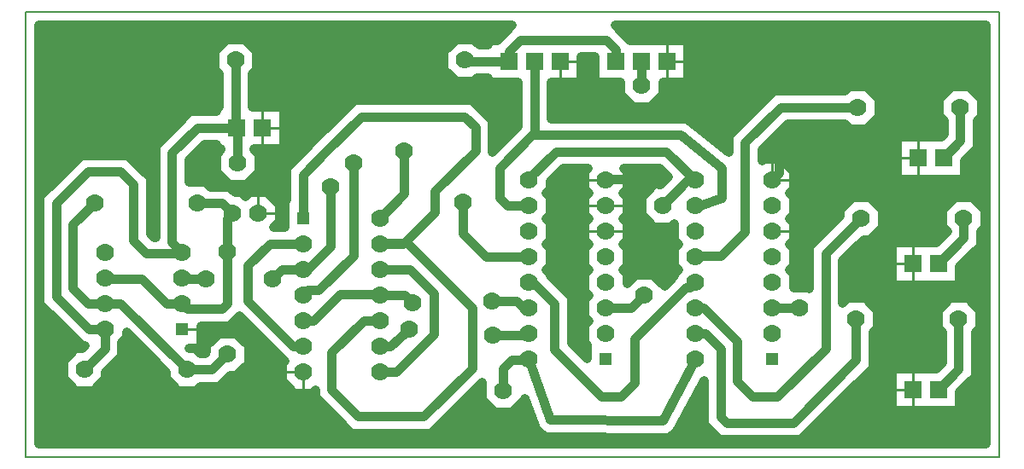
<source format=gbr>
G04 PROTEUS GERBER X2 FILE*
%TF.GenerationSoftware,Labcenter,Proteus,8.9-SP0-Build27865*%
%TF.CreationDate,2026-01-09T17:02:56+00:00*%
%TF.FileFunction,Copper,L2,Bot*%
%TF.FilePolarity,Positive*%
%TF.Part,Single*%
%TF.SameCoordinates,{d5e26176-f0e9-456a-af72-f71da18a6cc2}*%
%FSLAX45Y45*%
%MOMM*%
G01*
%TA.AperFunction,Conductor*%
%ADD10C,0.889000*%
%TA.AperFunction,ViaPad*%
%ADD11C,1.778000*%
%TA.AperFunction,Conductor*%
%ADD16C,0.254000*%
%TA.AperFunction,ComponentPad*%
%ADD12R,1.270000X1.270000*%
%ADD13C,1.778000*%
%TA.AperFunction,ComponentPad*%
%ADD14R,1.778000X1.778000*%
%TA.AperFunction,Profile*%
%ADD15C,0.203200*%
%TD.AperFunction*%
G36*
X-530810Y+6111619D02*
X-9919190Y+6111619D01*
X-9919190Y+10269190D01*
X-5227178Y+10269190D01*
X-5377270Y+10119098D01*
X-5467549Y+10119098D01*
X-5467549Y+10074648D01*
X-5554532Y+10074648D01*
X-5610163Y+10130279D01*
X-5783759Y+10130279D01*
X-5906510Y+10007528D01*
X-5906510Y+9833932D01*
X-5783759Y+9711181D01*
X-5610163Y+9711181D01*
X-5576894Y+9744450D01*
X-5467549Y+9744450D01*
X-5467549Y+9700000D01*
X-5169099Y+9700000D01*
X-5169099Y+9264386D01*
X-5188526Y+9244958D01*
X-5422370Y+9011115D01*
X-5422370Y+9319904D01*
X-5628030Y+9525564D01*
X-6792005Y+9525564D01*
X-7175848Y+9141720D01*
X-7465099Y+8852470D01*
X-7465099Y+8534149D01*
X-7484149Y+8534149D01*
X-7484149Y+8261099D01*
X-7588554Y+8261099D01*
X-7536451Y+8313202D01*
X-7536451Y+8486798D01*
X-7659202Y+8609549D01*
X-7832798Y+8609549D01*
X-7873000Y+8569347D01*
X-7913202Y+8609549D01*
X-7976065Y+8609549D01*
X-8031615Y+8665099D01*
X-8218752Y+8665099D01*
X-8263202Y+8709549D01*
X-8434901Y+8709549D01*
X-8434901Y+8931615D01*
X-8281615Y+9084901D01*
X-8163549Y+9084901D01*
X-8163549Y+9040451D01*
X-8115099Y+9040451D01*
X-8115099Y+9031248D01*
X-8159549Y+8986798D01*
X-8159549Y+8813202D01*
X-8036798Y+8690451D01*
X-7863202Y+8690451D01*
X-7740451Y+8813202D01*
X-7740451Y+8986798D01*
X-7784901Y+9031248D01*
X-7784901Y+9040451D01*
X-7490451Y+9040451D01*
X-7490451Y+9459549D01*
X-7802838Y+9459549D01*
X-7802838Y+9789482D01*
X-7758388Y+9833932D01*
X-7758388Y+10007528D01*
X-7881139Y+10130279D01*
X-8054735Y+10130279D01*
X-8177486Y+10007528D01*
X-8177486Y+9833932D01*
X-8133036Y+9789482D01*
X-8133036Y+9459549D01*
X-8163549Y+9459549D01*
X-8163549Y+9415099D01*
X-8418385Y+9415099D01*
X-8765099Y+9068385D01*
X-8765099Y+8165099D01*
X-8781615Y+8165099D01*
X-8815708Y+8199192D01*
X-8815708Y+8755336D01*
X-9039422Y+8979050D01*
X-9499740Y+8979050D01*
X-9910820Y+8567970D01*
X-9910820Y+7505694D01*
X-9490027Y+7084901D01*
X-9464583Y+7084901D01*
X-9489935Y+7059549D01*
X-9552798Y+7059549D01*
X-9675549Y+6936798D01*
X-9675549Y+6763202D01*
X-9552798Y+6640451D01*
X-9379202Y+6640451D01*
X-9256451Y+6763202D01*
X-9256451Y+6826065D01*
X-9096901Y+6985615D01*
X-9096901Y+7118752D01*
X-9052451Y+7163202D01*
X-9052451Y+7218967D01*
X-8659549Y+6826065D01*
X-8659549Y+6763202D01*
X-8536798Y+6640451D01*
X-8363202Y+6640451D01*
X-8318752Y+6684901D01*
X-8131615Y+6684901D01*
X-8026065Y+6790451D01*
X-7963202Y+6790451D01*
X-7840451Y+6913202D01*
X-7840451Y+7086798D01*
X-7963202Y+7209549D01*
X-8136798Y+7209549D01*
X-8259549Y+7086798D01*
X-8259549Y+7023935D01*
X-8268385Y+7015099D01*
X-8318752Y+7015099D01*
X-8363202Y+7059549D01*
X-8426065Y+7059549D01*
X-8432367Y+7065851D01*
X-8315851Y+7065851D01*
X-8315851Y+7284901D01*
X-8031615Y+7284901D01*
X-7932166Y+7384350D01*
X-7485082Y+6937266D01*
X-7509549Y+6912798D01*
X-7509549Y+6739202D01*
X-7386798Y+6616451D01*
X-7213202Y+6616451D01*
X-7180175Y+6649478D01*
X-7180175Y+6577115D01*
X-6821637Y+6218577D01*
X-6032828Y+6218577D01*
X-5525657Y+6725748D01*
X-5525657Y+6553781D01*
X-5402906Y+6431030D01*
X-5229310Y+6431030D01*
X-5106559Y+6553781D01*
X-5106559Y+6560696D01*
X-4988325Y+6245918D01*
X-4903618Y+6185403D01*
X-3684487Y+6173824D01*
X-3604562Y+6221830D01*
X-3325124Y+6737315D01*
X-3325124Y+6308144D01*
X-3169341Y+6152361D01*
X-2369678Y+6152361D01*
X-1650901Y+6871138D01*
X-1650901Y+7218752D01*
X-1606451Y+7263202D01*
X-1606451Y+7436798D01*
X-1729202Y+7559549D01*
X-1902798Y+7559549D01*
X-1950203Y+7512144D01*
X-1950203Y+7932313D01*
X-1742065Y+8140451D01*
X-1679202Y+8140451D01*
X-1556451Y+8263202D01*
X-1556451Y+8436798D01*
X-1679202Y+8559549D01*
X-1852798Y+8559549D01*
X-1975549Y+8436798D01*
X-1975549Y+8373935D01*
X-2280401Y+8069083D01*
X-2280401Y+7657985D01*
X-2288792Y+7666376D01*
X-2440451Y+7666376D01*
X-2440451Y+7798798D01*
X-2480653Y+7839000D01*
X-2440451Y+7879202D01*
X-2440451Y+8052798D01*
X-2480653Y+8093000D01*
X-2440451Y+8133202D01*
X-2440451Y+8306798D01*
X-2480653Y+8347000D01*
X-2440451Y+8387202D01*
X-2440451Y+8560798D01*
X-2480653Y+8601000D01*
X-2440451Y+8641202D01*
X-2440451Y+8814798D01*
X-2563202Y+8937549D01*
X-2736798Y+8937549D01*
X-2750423Y+8923924D01*
X-2750423Y+9030872D01*
X-2496394Y+9284901D01*
X-1931248Y+9284901D01*
X-1886798Y+9240451D01*
X-1713202Y+9240451D01*
X-1590451Y+9363202D01*
X-1590451Y+9536798D01*
X-1713202Y+9659549D01*
X-1886798Y+9659549D01*
X-1931248Y+9615099D01*
X-2633164Y+9615099D01*
X-3080621Y+9167642D01*
X-3080621Y+9006116D01*
X-3497153Y+9341672D01*
X-4838901Y+9341672D01*
X-4838901Y+9700000D01*
X-4540451Y+9700000D01*
X-4540451Y+9954480D01*
X-4409549Y+9954480D01*
X-4409549Y+9700000D01*
X-4155059Y+9700000D01*
X-4155059Y+9581659D01*
X-4032308Y+9458908D01*
X-3858712Y+9458908D01*
X-3735961Y+9581659D01*
X-3735961Y+9700000D01*
X-3482451Y+9700000D01*
X-3482451Y+10119098D01*
X-4058049Y+10119098D01*
X-4208141Y+10269190D01*
X-530810Y+10269190D01*
X-530810Y+6111619D01*
G37*
%LPC*%
G36*
X-574451Y+9536798D02*
X-574451Y+9363202D01*
X-618901Y+9318752D01*
X-618902Y+9047614D01*
X-740451Y+8926065D01*
X-740451Y+8740451D01*
X-1413549Y+8740451D01*
X-1413549Y+9159549D01*
X-973935Y+9159549D01*
X-949098Y+9184386D01*
X-949099Y+9318752D01*
X-993549Y+9363202D01*
X-993549Y+9536798D01*
X-870798Y+9659549D01*
X-697202Y+9659549D01*
X-574451Y+9536798D01*
G37*
G36*
X-540451Y+8436798D02*
X-540451Y+8263202D01*
X-584901Y+8218752D01*
X-584901Y+8081615D01*
X-790451Y+7876065D01*
X-790451Y+7690451D01*
X-1463549Y+7690451D01*
X-1463549Y+8109549D01*
X-1023935Y+8109549D01*
X-915099Y+8218385D01*
X-915099Y+8218752D01*
X-959549Y+8263202D01*
X-959549Y+8436798D01*
X-836798Y+8559549D01*
X-663202Y+8559549D01*
X-540451Y+8436798D01*
G37*
G36*
X-590451Y+7436798D02*
X-590451Y+7263202D01*
X-634901Y+7218752D01*
X-634901Y+6781615D01*
X-790451Y+6626065D01*
X-790451Y+6440451D01*
X-1463549Y+6440451D01*
X-1463549Y+6859549D01*
X-1023935Y+6859549D01*
X-965099Y+6918385D01*
X-965099Y+7218752D01*
X-1009549Y+7263202D01*
X-1009549Y+7436798D01*
X-886798Y+7559549D01*
X-713202Y+7559549D01*
X-590451Y+7436798D01*
G37*
G36*
X-2646954Y+9027528D02*
X-2646954Y+9080134D01*
X-2609757Y+9117331D01*
X-2557151Y+9117331D01*
X-2519954Y+9080134D01*
X-2519954Y+9027528D01*
X-2557151Y+8990331D01*
X-2609757Y+8990331D01*
X-2646954Y+9027528D01*
G37*
%LPD*%
G36*
X-3682074Y+8764590D02*
X-3759499Y+8687166D01*
X-3773031Y+8687166D01*
X-3736500Y+8723697D01*
X-3736500Y+8776303D01*
X-3773697Y+8813500D01*
X-3826303Y+8813500D01*
X-3863500Y+8776303D01*
X-3863500Y+8723697D01*
X-3826303Y+8686500D01*
X-3823028Y+8686500D01*
X-3945113Y+8564415D01*
X-3945113Y+8390819D01*
X-3822362Y+8268068D01*
X-3648766Y+8268068D01*
X-3621549Y+8295285D01*
X-3621549Y+8133202D01*
X-3581347Y+8093000D01*
X-3621549Y+8052798D01*
X-3621549Y+7879202D01*
X-3581347Y+7839000D01*
X-3621549Y+7798798D01*
X-3621549Y+7778165D01*
X-3718310Y+7681404D01*
X-3830029Y+7793122D01*
X-4003625Y+7793122D01*
X-4090451Y+7706296D01*
X-4090451Y+7798798D01*
X-4130653Y+7839000D01*
X-4090451Y+7879202D01*
X-4090451Y+8052798D01*
X-4130653Y+8093000D01*
X-4090451Y+8133202D01*
X-4090451Y+8306798D01*
X-4130653Y+8347000D01*
X-4090451Y+8387202D01*
X-4090451Y+8560798D01*
X-4130653Y+8601000D01*
X-4090451Y+8641202D01*
X-4090451Y+8814798D01*
X-4122062Y+8846409D01*
X-3763893Y+8846409D01*
X-3682074Y+8764590D01*
G37*
G36*
X-4509549Y+8814798D02*
X-4509549Y+8641202D01*
X-4469347Y+8601000D01*
X-4509549Y+8560798D01*
X-4509549Y+8387202D01*
X-4469347Y+8347000D01*
X-4509549Y+8306798D01*
X-4509549Y+8133202D01*
X-4469347Y+8093000D01*
X-4509549Y+8052798D01*
X-4509549Y+7879202D01*
X-4469347Y+7839000D01*
X-4509549Y+7798798D01*
X-4509549Y+7625202D01*
X-4469347Y+7585000D01*
X-4509549Y+7544798D01*
X-4509549Y+7371202D01*
X-4469347Y+7331000D01*
X-4509549Y+7290798D01*
X-4509549Y+7117202D01*
X-4484149Y+7091802D01*
X-4484149Y+6958817D01*
X-4641777Y+7116445D01*
X-4641777Y+7568210D01*
X-4852451Y+7778884D01*
X-4852451Y+7798798D01*
X-4892653Y+7839000D01*
X-4852451Y+7879202D01*
X-4852451Y+8052798D01*
X-4892653Y+8093000D01*
X-4852451Y+8133202D01*
X-4852451Y+8306798D01*
X-4892653Y+8347000D01*
X-4852451Y+8387202D01*
X-4852451Y+8560798D01*
X-4892653Y+8601000D01*
X-4852451Y+8641202D01*
X-4852451Y+8719090D01*
X-4725132Y+8846409D01*
X-4477938Y+8846409D01*
X-4509549Y+8814798D01*
G37*
D10*
X-8500000Y+7504000D02*
X-8654000Y+7504000D01*
X-8900000Y+7750000D01*
X-9254000Y+7750000D01*
X-9262000Y+7758000D01*
X-9262000Y+7504000D02*
X-9427325Y+7504000D01*
X-9580659Y+7657334D01*
X-9580659Y+8285341D01*
X-9366000Y+8500000D01*
X-9466000Y+6850000D02*
X-9262000Y+7054000D01*
X-9262000Y+7250000D01*
X-8450000Y+6850000D02*
X-9104000Y+7504000D01*
X-9262000Y+7504000D01*
X-8000000Y+8400000D02*
X-8100000Y+8500000D01*
X-8350000Y+8500000D01*
X-8500000Y+8012000D02*
X-8512000Y+8000000D01*
X-8500000Y+8012000D01*
X-9262000Y+7250000D02*
X-9421642Y+7250000D01*
X-9745721Y+7574079D01*
X-9745721Y+8499585D01*
X-9431355Y+8813951D01*
X-9107807Y+8813951D01*
X-8980807Y+8686951D01*
X-8980807Y+8130807D01*
X-8850000Y+8000000D01*
X-8512000Y+8000000D01*
X-8450000Y+6850000D02*
X-8200000Y+6850000D01*
X-8050000Y+7000000D01*
X-8050000Y+8016000D02*
X-8050000Y+8350000D01*
X-8000000Y+8400000D01*
X-7300000Y+8096000D02*
X-7627896Y+8096000D01*
X-7843244Y+7880652D01*
X-7843244Y+7528912D01*
X-7394332Y+7080000D01*
X-7300000Y+7080000D01*
X-7300000Y+7334000D02*
X-7192835Y+7334000D01*
X-6933992Y+7592843D01*
X-6542843Y+7592843D01*
X-6538000Y+7588000D01*
X-6449100Y+8100000D02*
X-6542008Y+8100000D01*
X-6560464Y+8081544D01*
X-6538000Y+8096000D01*
X-5988505Y+8411495D02*
X-6300000Y+8100000D01*
X-6302286Y+8097714D01*
X-6449100Y+8097714D01*
X-6538000Y+8096000D01*
X-7300000Y+8784084D02*
X-7300000Y+8413500D01*
X-7300000Y+8350000D01*
X-7300000Y+8784084D02*
X-7300000Y+8784085D01*
X-7067042Y+9017042D01*
X-6723620Y+9360465D01*
X-5696415Y+9360465D01*
X-5587469Y+9251519D01*
X-5587469Y+9018063D01*
X-5988505Y+8617027D01*
X-5988505Y+8411495D01*
X-6538000Y+7334000D02*
X-6699398Y+7334000D01*
X-7015076Y+7018322D01*
X-7015076Y+6645500D01*
X-6753252Y+6383676D01*
X-6101213Y+6383676D01*
X-5623326Y+6861563D01*
X-5623326Y+7463798D01*
X-6259528Y+8100000D01*
X-6300000Y+8100000D01*
X-6333805Y+8100000D01*
X-6449100Y+8100000D01*
X-6538000Y+8096000D01*
X-8500000Y+8012000D02*
X-8600000Y+8112000D01*
X-8600000Y+9000000D01*
X-8350000Y+9250000D01*
X-7954000Y+9250000D01*
X-3412000Y+8728000D02*
X-3695508Y+9011508D01*
X-4793517Y+9011508D01*
X-5062000Y+8743025D01*
X-5062000Y+8728000D01*
X-3412000Y+6950000D02*
X-3729534Y+6339358D01*
X-4850000Y+6350000D01*
X-5062000Y+6950000D01*
X-3412000Y+7712000D02*
X-3459896Y+7664104D01*
X-3502126Y+7664104D01*
X-4013917Y+7152313D01*
X-4013917Y+6716343D01*
X-4149762Y+6580498D01*
X-4339314Y+6580498D01*
X-4806876Y+7048060D01*
X-4806876Y+7070174D01*
X-4806876Y+7499825D01*
X-5019051Y+7712000D01*
X-5062000Y+7712000D01*
X-1000000Y+6650000D02*
X-800000Y+6850000D01*
X-800000Y+7350000D01*
X-1000000Y+7900000D02*
X-750000Y+8150000D01*
X-750000Y+8350000D01*
X-950000Y+8950000D02*
X-784000Y+9116000D01*
X-784000Y+9450000D01*
X-1800000Y+9450000D02*
X-2564779Y+9450000D01*
X-2915522Y+9099257D01*
X-2915522Y+8212532D01*
X-3155880Y+7972174D01*
X-3405826Y+7972174D01*
X-3412000Y+7966000D01*
X-1816000Y+7350000D02*
X-1816000Y+6939523D01*
X-2438063Y+6317460D01*
X-3100956Y+6317460D01*
X-3160025Y+6376529D01*
X-3160025Y+7056925D01*
X-3307100Y+7204000D01*
X-3412000Y+7204000D01*
X-1766000Y+8350000D02*
X-2115302Y+8000698D01*
X-2115302Y+7056529D01*
X-2595665Y+6576166D01*
X-2842426Y+6576166D01*
X-2994984Y+6728724D01*
X-2994984Y+7126832D01*
X-3326152Y+7458000D01*
X-3412000Y+7458000D01*
X-6538000Y+6826000D02*
X-6371696Y+6826000D01*
X-6000000Y+7197696D01*
X-6000000Y+7602012D01*
X-6239851Y+7841863D01*
X-6507548Y+7841863D01*
X-6541788Y+7876103D01*
X-6538000Y+7842000D01*
X-6538000Y+7588000D02*
X-6285870Y+7588000D01*
X-6209502Y+7511632D01*
X-5423660Y+7527283D02*
X-5177283Y+7527283D01*
X-5108000Y+7458000D01*
X-5062000Y+7458000D01*
X-7300000Y+7842000D02*
X-7252930Y+7842000D01*
X-7024651Y+8070279D01*
X-7024651Y+8663453D01*
X-5716627Y+8511357D02*
X-5716627Y+8197026D01*
X-5488484Y+7968883D01*
X-5064883Y+7968883D01*
X-5062000Y+7966000D01*
X-6538000Y+8350000D02*
X-6294591Y+8593409D01*
X-6294591Y+9018343D01*
X-5316108Y+6640579D02*
X-5316108Y+6858584D01*
X-5229921Y+6944771D01*
X-5067229Y+6944771D01*
X-5062000Y+6950000D01*
X-7300000Y+7588000D02*
X-7254049Y+7633951D01*
X-7144958Y+7633951D01*
X-6800000Y+7978909D01*
X-6800000Y+8900000D01*
X-8500000Y+7504000D02*
X-8446000Y+7450000D01*
X-8100000Y+7450000D01*
X-8050000Y+7500000D01*
X-8050000Y+8016000D01*
X-7300000Y+7842000D02*
X-7508000Y+7842000D01*
X-7600000Y+7750000D01*
X-8259470Y+7750000D02*
X-8492000Y+7750000D01*
X-8500000Y+7758000D01*
X-2650000Y+7458000D02*
X-2376763Y+7458000D01*
X-2375590Y+7456827D01*
X-3916827Y+7583573D02*
X-4042400Y+7458000D01*
X-4300000Y+7458000D01*
X-5023427Y+9176573D02*
X-5350000Y+8850000D01*
X-5350000Y+8550000D01*
X-5274000Y+8474000D01*
X-5062000Y+8474000D01*
X-4923427Y+9176573D02*
X-3555380Y+9176573D01*
X-3150000Y+8850000D01*
X-3150000Y+8550000D01*
X-3366741Y+8474000D01*
X-3412000Y+8474000D01*
X-5023427Y+9176573D02*
X-4923427Y+9176573D01*
X-2650000Y+8728000D02*
X-2583454Y+8794546D01*
X-2583454Y+9053831D01*
X-3800000Y+8750000D02*
X-4293570Y+8734430D01*
X-4300000Y+8728000D01*
X-5258000Y+9909549D02*
X-5258000Y+10004884D01*
X-5143305Y+10119579D01*
X-4292014Y+10119579D01*
X-4285167Y+10112732D01*
X-4200000Y+10027565D01*
X-4200000Y+9909549D01*
X-5004000Y+9909549D02*
X-5004000Y+9196000D01*
X-5023427Y+9176573D01*
X-3946000Y+9909549D02*
X-3946000Y+9668947D01*
X-3945510Y+9668457D01*
X-3735564Y+8477617D02*
X-3485181Y+8728000D01*
X-3412000Y+8728000D01*
X-7950000Y+9246000D02*
X-7954000Y+9250000D01*
X-7950000Y+8900000D02*
X-7950000Y+9246000D01*
X-6538000Y+7080000D02*
X-6432299Y+7080000D01*
X-6250000Y+7250000D01*
X-5413863Y+7187491D02*
X-5078509Y+7187491D01*
X-5062000Y+7204000D01*
X-5258000Y+9909549D02*
X-5685780Y+9909549D01*
X-5696961Y+9920730D01*
X-7967937Y+9920730D02*
X-7967937Y+9263937D01*
X-7954000Y+9250000D01*
D11*
X-6209502Y+7511632D03*
X-5423660Y+7527283D03*
X-7024651Y+8663453D03*
X-5716627Y+8511357D03*
X-6294591Y+9018343D03*
X-5316108Y+6640579D03*
X-6800000Y+8900000D03*
X-7950000Y+8900000D03*
X-7600000Y+7750000D03*
X-8259470Y+7750000D03*
X-2375590Y+7456827D03*
X-3916827Y+7583573D03*
X-2583454Y+9053831D03*
X-3800000Y+8750000D03*
X-3945510Y+9668457D03*
X-3735564Y+8477617D03*
X-6250000Y+7250000D03*
X-5413863Y+7187491D03*
X-5696961Y+9920730D03*
X-7967937Y+9920730D03*
D10*
X-530810Y+6111619D02*
X-9919190Y+6111619D01*
X-9919190Y+10269190D01*
X-5227178Y+10269190D01*
X-5377270Y+10119098D01*
X-5467549Y+10119098D01*
X-5467549Y+10074648D01*
X-5554532Y+10074648D01*
X-5610163Y+10130279D01*
X-5783759Y+10130279D01*
X-5906510Y+10007528D01*
X-5906510Y+9833932D01*
X-5783759Y+9711181D01*
X-5610163Y+9711181D01*
X-5576894Y+9744450D01*
X-5467549Y+9744450D01*
X-5467549Y+9700000D01*
X-5169099Y+9700000D01*
X-5169099Y+9264386D01*
X-5188526Y+9244958D01*
X-5422370Y+9011115D01*
X-5422370Y+9319904D01*
X-5628030Y+9525564D01*
X-6792005Y+9525564D01*
X-7175848Y+9141720D01*
X-7465099Y+8852470D01*
X-7465099Y+8534149D01*
X-7484149Y+8534149D01*
X-7484149Y+8261099D01*
X-7588554Y+8261099D01*
X-7536451Y+8313202D01*
X-7536451Y+8486798D01*
X-7659202Y+8609549D01*
X-7832798Y+8609549D01*
X-7873000Y+8569347D01*
X-7913202Y+8609549D01*
X-7976065Y+8609549D01*
X-8031615Y+8665099D01*
X-8218752Y+8665099D01*
X-8263202Y+8709549D01*
X-8434901Y+8709549D01*
X-8434901Y+8931615D01*
X-8281615Y+9084901D01*
X-8163549Y+9084901D01*
X-8163549Y+9040451D01*
X-8115099Y+9040451D01*
X-8115099Y+9031248D01*
X-8159549Y+8986798D01*
X-8159549Y+8813202D01*
X-8036798Y+8690451D01*
X-7863202Y+8690451D01*
X-7740451Y+8813202D01*
X-7740451Y+8986798D01*
X-7784901Y+9031248D01*
X-7784901Y+9040451D01*
X-7490451Y+9040451D01*
X-7490451Y+9459549D01*
X-7802838Y+9459549D01*
X-7802838Y+9789482D01*
X-7758388Y+9833932D01*
X-7758388Y+10007528D01*
X-7881139Y+10130279D01*
X-8054735Y+10130279D01*
X-8177486Y+10007528D01*
X-8177486Y+9833932D01*
X-8133036Y+9789482D01*
X-8133036Y+9459549D01*
X-8163549Y+9459549D01*
X-8163549Y+9415099D01*
X-8418385Y+9415099D01*
X-8765099Y+9068385D01*
X-8765099Y+8165099D01*
X-8781615Y+8165099D01*
X-8815708Y+8199192D01*
X-8815708Y+8755336D01*
X-9039422Y+8979050D01*
X-9499740Y+8979050D01*
X-9910820Y+8567970D01*
X-9910820Y+7505694D01*
X-9490027Y+7084901D01*
X-9464583Y+7084901D01*
X-9489935Y+7059549D01*
X-9552798Y+7059549D01*
X-9675549Y+6936798D01*
X-9675549Y+6763202D01*
X-9552798Y+6640451D01*
X-9379202Y+6640451D01*
X-9256451Y+6763202D01*
X-9256451Y+6826065D01*
X-9096901Y+6985615D01*
X-9096901Y+7118752D01*
X-9052451Y+7163202D01*
X-9052451Y+7218967D01*
X-8659549Y+6826065D01*
X-8659549Y+6763202D01*
X-8536798Y+6640451D01*
X-8363202Y+6640451D01*
X-8318752Y+6684901D01*
X-8131615Y+6684901D01*
X-8026065Y+6790451D01*
X-7963202Y+6790451D01*
X-7840451Y+6913202D01*
X-7840451Y+7086798D01*
X-7963202Y+7209549D01*
X-8136798Y+7209549D01*
X-8259549Y+7086798D01*
X-8259549Y+7023935D01*
X-8268385Y+7015099D01*
X-8318752Y+7015099D01*
X-8363202Y+7059549D01*
X-8426065Y+7059549D01*
X-8432367Y+7065851D01*
X-8315851Y+7065851D01*
X-8315851Y+7284901D01*
X-8031615Y+7284901D01*
X-7932166Y+7384350D01*
X-7485082Y+6937266D01*
X-7509549Y+6912798D01*
X-7509549Y+6739202D01*
X-7386798Y+6616451D01*
X-7213202Y+6616451D01*
X-7180175Y+6649478D01*
X-7180175Y+6577115D01*
X-6821637Y+6218577D01*
X-6032828Y+6218577D01*
X-5525657Y+6725748D01*
X-5525657Y+6553781D01*
X-5402906Y+6431030D01*
X-5229310Y+6431030D01*
X-5106559Y+6553781D01*
X-5106559Y+6560696D01*
X-4988325Y+6245918D01*
X-4903618Y+6185403D01*
X-3684487Y+6173824D01*
X-3604562Y+6221830D01*
X-3325124Y+6737315D01*
X-3325124Y+6308144D01*
X-3169341Y+6152361D01*
X-2369678Y+6152361D01*
X-1650901Y+6871138D01*
X-1650901Y+7218752D01*
X-1606451Y+7263202D01*
X-1606451Y+7436798D01*
X-1729202Y+7559549D01*
X-1902798Y+7559549D01*
X-1950203Y+7512144D01*
X-1950203Y+7932313D01*
X-1742065Y+8140451D01*
X-1679202Y+8140451D01*
X-1556451Y+8263202D01*
X-1556451Y+8436798D01*
X-1679202Y+8559549D01*
X-1852798Y+8559549D01*
X-1975549Y+8436798D01*
X-1975549Y+8373935D01*
X-2280401Y+8069083D01*
X-2280401Y+7657985D01*
X-2288792Y+7666376D01*
X-2440451Y+7666376D01*
X-2440451Y+7798798D01*
X-2480653Y+7839000D01*
X-2440451Y+7879202D01*
X-2440451Y+8052798D01*
X-2480653Y+8093000D01*
X-2440451Y+8133202D01*
X-2440451Y+8306798D01*
X-2480653Y+8347000D01*
X-2440451Y+8387202D01*
X-2440451Y+8560798D01*
X-2480653Y+8601000D01*
X-2440451Y+8641202D01*
X-2440451Y+8814798D01*
X-2563202Y+8937549D01*
X-2736798Y+8937549D01*
X-2750423Y+8923924D01*
X-2750423Y+9030872D01*
X-2496394Y+9284901D01*
X-1931248Y+9284901D01*
X-1886798Y+9240451D01*
X-1713202Y+9240451D01*
X-1590451Y+9363202D01*
X-1590451Y+9536798D01*
X-1713202Y+9659549D01*
X-1886798Y+9659549D01*
X-1931248Y+9615099D01*
X-2633164Y+9615099D01*
X-3080621Y+9167642D01*
X-3080621Y+9006116D01*
X-3497153Y+9341672D01*
X-4838901Y+9341672D01*
X-4838901Y+9700000D01*
X-4540451Y+9700000D01*
X-4540451Y+9954480D01*
X-4409549Y+9954480D01*
X-4409549Y+9700000D01*
X-4155059Y+9700000D01*
X-4155059Y+9581659D01*
X-4032308Y+9458908D01*
X-3858712Y+9458908D01*
X-3735961Y+9581659D01*
X-3735961Y+9700000D01*
X-3482451Y+9700000D01*
X-3482451Y+10119098D01*
X-4058049Y+10119098D01*
X-4208141Y+10269190D01*
X-530810Y+10269190D01*
X-530810Y+6111619D01*
X-574451Y+9536798D02*
X-574451Y+9363202D01*
X-618901Y+9318752D01*
X-618902Y+9047614D01*
X-740451Y+8926065D01*
X-740451Y+8740451D01*
X-1413549Y+8740451D01*
X-1413549Y+9159549D01*
X-973935Y+9159549D01*
X-949098Y+9184386D01*
X-949099Y+9318752D01*
X-993549Y+9363202D01*
X-993549Y+9536798D01*
X-870798Y+9659549D01*
X-697202Y+9659549D01*
X-574451Y+9536798D01*
X-540451Y+8436798D02*
X-540451Y+8263202D01*
X-584901Y+8218752D01*
X-584901Y+8081615D01*
X-790451Y+7876065D01*
X-790451Y+7690451D01*
X-1463549Y+7690451D01*
X-1463549Y+8109549D01*
X-1023935Y+8109549D01*
X-915099Y+8218385D01*
X-915099Y+8218752D01*
X-959549Y+8263202D01*
X-959549Y+8436798D01*
X-836798Y+8559549D01*
X-663202Y+8559549D01*
X-540451Y+8436798D01*
X-590451Y+7436798D02*
X-590451Y+7263202D01*
X-634901Y+7218752D01*
X-634901Y+6781615D01*
X-790451Y+6626065D01*
X-790451Y+6440451D01*
X-1463549Y+6440451D01*
X-1463549Y+6859549D01*
X-1023935Y+6859549D01*
X-965099Y+6918385D01*
X-965099Y+7218752D01*
X-1009549Y+7263202D01*
X-1009549Y+7436798D01*
X-886798Y+7559549D01*
X-713202Y+7559549D01*
X-590451Y+7436798D01*
X-2646954Y+9027528D02*
X-2646954Y+9080134D01*
X-2609757Y+9117331D01*
X-2557151Y+9117331D01*
X-2519954Y+9080134D01*
X-2519954Y+9027528D01*
X-2557151Y+8990331D01*
X-2609757Y+8990331D01*
X-2646954Y+9027528D01*
X-3682074Y+8764590D02*
X-3759499Y+8687166D01*
X-3773031Y+8687166D01*
X-3736500Y+8723697D01*
X-3736500Y+8776303D01*
X-3773697Y+8813500D01*
X-3826303Y+8813500D01*
X-3863500Y+8776303D01*
X-3863500Y+8723697D01*
X-3826303Y+8686500D01*
X-3823028Y+8686500D01*
X-3945113Y+8564415D01*
X-3945113Y+8390819D01*
X-3822362Y+8268068D01*
X-3648766Y+8268068D01*
X-3621549Y+8295285D01*
X-3621549Y+8133202D01*
X-3581347Y+8093000D01*
X-3621549Y+8052798D01*
X-3621549Y+7879202D01*
X-3581347Y+7839000D01*
X-3621549Y+7798798D01*
X-3621549Y+7778165D01*
X-3718310Y+7681404D01*
X-3830029Y+7793122D01*
X-4003625Y+7793122D01*
X-4090451Y+7706296D01*
X-4090451Y+7798798D01*
X-4130653Y+7839000D01*
X-4090451Y+7879202D01*
X-4090451Y+8052798D01*
X-4130653Y+8093000D01*
X-4090451Y+8133202D01*
X-4090451Y+8306798D01*
X-4130653Y+8347000D01*
X-4090451Y+8387202D01*
X-4090451Y+8560798D01*
X-4130653Y+8601000D01*
X-4090451Y+8641202D01*
X-4090451Y+8814798D01*
X-4122062Y+8846409D01*
X-3763893Y+8846409D01*
X-3682074Y+8764590D01*
X-4509549Y+8814798D02*
X-4509549Y+8641202D01*
X-4469347Y+8601000D01*
X-4509549Y+8560798D01*
X-4509549Y+8387202D01*
X-4469347Y+8347000D01*
X-4509549Y+8306798D01*
X-4509549Y+8133202D01*
X-4469347Y+8093000D01*
X-4509549Y+8052798D01*
X-4509549Y+7879202D01*
X-4469347Y+7839000D01*
X-4509549Y+7798798D01*
X-4509549Y+7625202D01*
X-4469347Y+7585000D01*
X-4509549Y+7544798D01*
X-4509549Y+7371202D01*
X-4469347Y+7331000D01*
X-4509549Y+7290798D01*
X-4509549Y+7117202D01*
X-4484149Y+7091802D01*
X-4484149Y+6958817D01*
X-4641777Y+7116445D01*
X-4641777Y+7568210D01*
X-4852451Y+7778884D01*
X-4852451Y+7798798D01*
X-4892653Y+7839000D01*
X-4852451Y+7879202D01*
X-4852451Y+8052798D01*
X-4892653Y+8093000D01*
X-4852451Y+8133202D01*
X-4852451Y+8306798D01*
X-4892653Y+8347000D01*
X-4852451Y+8387202D01*
X-4852451Y+8560798D01*
X-4892653Y+8601000D01*
X-4852451Y+8641202D01*
X-4852451Y+8719090D01*
X-4725132Y+8846409D01*
X-4477938Y+8846409D01*
X-4509549Y+8814798D01*
D16*
X-8315851Y+7250000D02*
X-8500000Y+7250000D01*
X-7490451Y+9250000D02*
X-7700000Y+9250000D01*
X-7700000Y+9040451D02*
X-7700000Y+9250000D01*
X-7700000Y+9459549D02*
X-7700000Y+9250000D01*
X-7536451Y+8400000D02*
X-7746000Y+8400000D01*
X-7746000Y+8609549D02*
X-7746000Y+8400000D01*
X-7300000Y+6616451D02*
X-7300000Y+6826000D01*
X-7509549Y+6826000D02*
X-7300000Y+6826000D01*
X-4090451Y+8220000D02*
X-4300000Y+8220000D01*
X-4509549Y+8220000D02*
X-4300000Y+8220000D01*
X-4090451Y+8474000D02*
X-4300000Y+8474000D01*
X-4509549Y+8474000D02*
X-4300000Y+8474000D01*
X-4090451Y+8728000D02*
X-4300000Y+8728000D01*
X-4509549Y+8728000D02*
X-4300000Y+8728000D01*
X-2440451Y+8220000D02*
X-2650000Y+8220000D01*
X-2650000Y+8937549D02*
X-2650000Y+8728000D01*
X-2440451Y+8728000D02*
X-2650000Y+8728000D01*
X-1413549Y+8950000D02*
X-1204000Y+8950000D01*
X-1204000Y+9159549D02*
X-1204000Y+8950000D01*
X-1204000Y+8740451D02*
X-1204000Y+8950000D01*
X-1463549Y+7900000D02*
X-1254000Y+7900000D01*
X-1254000Y+8109549D02*
X-1254000Y+7900000D01*
X-1254000Y+7690451D02*
X-1254000Y+7900000D01*
X-1463549Y+6650000D02*
X-1254000Y+6650000D01*
X-1254000Y+6859549D02*
X-1254000Y+6650000D01*
X-1254000Y+6440451D02*
X-1254000Y+6650000D01*
X-3482451Y+9909549D02*
X-3692000Y+9909549D01*
X-3692000Y+10119098D02*
X-3692000Y+9909549D01*
X-3692000Y+9700000D02*
X-3692000Y+9909549D01*
X-4540451Y+9909549D02*
X-4750000Y+9909549D01*
X-4750000Y+9700000D02*
X-4750000Y+9909549D01*
D12*
X-8500000Y+7250000D03*
D13*
X-8500000Y+7504000D03*
X-8500000Y+7758000D03*
X-8500000Y+8012000D03*
X-9262000Y+8012000D03*
X-9262000Y+7758000D03*
X-9262000Y+7504000D03*
X-9262000Y+7250000D03*
D14*
X-7954000Y+9250000D03*
X-7700000Y+9250000D03*
D13*
X-8050000Y+7000000D03*
X-8050000Y+8016000D03*
X-8350000Y+8500000D03*
X-9366000Y+8500000D03*
X-8450000Y+6850000D03*
X-9466000Y+6850000D03*
X-8000000Y+8400000D03*
X-7746000Y+8400000D03*
D12*
X-7300000Y+8350000D03*
D13*
X-7300000Y+8096000D03*
X-7300000Y+7842000D03*
X-7300000Y+7588000D03*
X-7300000Y+7334000D03*
X-7300000Y+7080000D03*
X-7300000Y+6826000D03*
X-6538000Y+6826000D03*
X-6538000Y+7080000D03*
X-6538000Y+7334000D03*
X-6538000Y+7588000D03*
X-6538000Y+7842000D03*
X-6538000Y+8096000D03*
X-6538000Y+8350000D03*
D12*
X-4300000Y+6950000D03*
D13*
X-4300000Y+7204000D03*
X-4300000Y+7458000D03*
X-4300000Y+7712000D03*
X-4300000Y+7966000D03*
X-4300000Y+8220000D03*
X-4300000Y+8474000D03*
X-4300000Y+8728000D03*
X-5062000Y+8728000D03*
X-5062000Y+8474000D03*
X-5062000Y+8220000D03*
X-5062000Y+7966000D03*
X-5062000Y+7712000D03*
X-5062000Y+7458000D03*
X-5062000Y+7204000D03*
X-5062000Y+6950000D03*
D12*
X-2650000Y+6950000D03*
D13*
X-2650000Y+7204000D03*
X-2650000Y+7458000D03*
X-2650000Y+7712000D03*
X-2650000Y+7966000D03*
X-2650000Y+8220000D03*
X-2650000Y+8474000D03*
X-2650000Y+8728000D03*
X-3412000Y+8728000D03*
X-3412000Y+8474000D03*
X-3412000Y+8220000D03*
X-3412000Y+7966000D03*
X-3412000Y+7712000D03*
X-3412000Y+7458000D03*
X-3412000Y+7204000D03*
X-3412000Y+6950000D03*
D14*
X-950000Y+8950000D03*
X-1204000Y+8950000D03*
X-1000000Y+7900000D03*
X-1254000Y+7900000D03*
X-1000000Y+6650000D03*
X-1254000Y+6650000D03*
D13*
X-784000Y+9450000D03*
X-1800000Y+9450000D03*
X-750000Y+8350000D03*
X-1766000Y+8350000D03*
X-800000Y+7350000D03*
X-1816000Y+7350000D03*
D14*
X-3692000Y+9909549D03*
X-3946000Y+9909549D03*
X-4200000Y+9909549D03*
X-4750000Y+9909549D03*
X-5004000Y+9909549D03*
X-5258000Y+9909549D03*
D15*
X-10050000Y+5980809D02*
X-400000Y+5980809D01*
X-400000Y+10400000D01*
X-10050000Y+10400000D01*
X-10050000Y+5980809D01*
M02*

</source>
